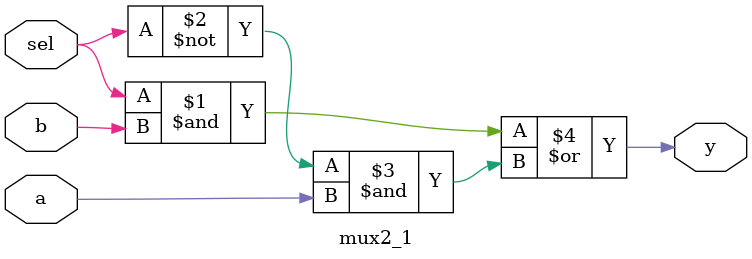
<source format=sv>
module mux2_1 (
    input  logic sel,
    input  logic a,
    input  logic b,
    output logic y
);
    assign y = (sel & b) | (~sel & a);
endmodule

</source>
